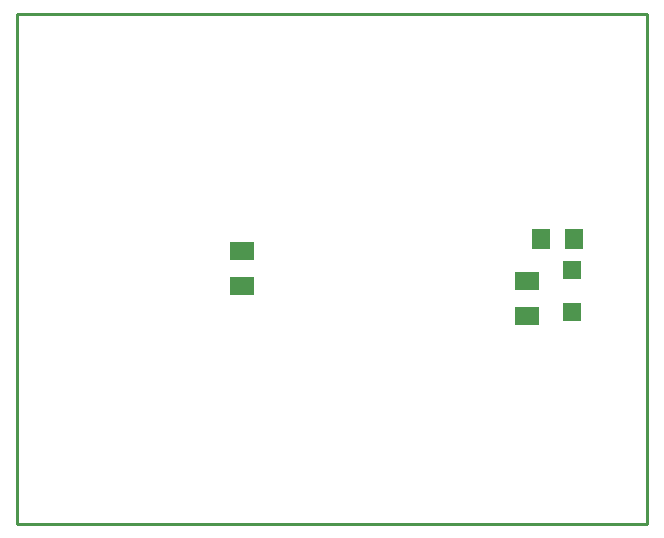
<source format=gtp>
G75*
%MOIN*%
%OFA0B0*%
%FSLAX25Y25*%
%IPPOS*%
%LPD*%
%AMOC8*
5,1,8,0,0,1.08239X$1,22.5*
%
%ADD10C,0.01000*%
%ADD11R,0.07874X0.05906*%
%ADD12R,0.06299X0.07087*%
%ADD13R,0.05906X0.05906*%
D10*
X0001800Y0071500D02*
X0001800Y0241500D01*
X0211800Y0241500D01*
X0211800Y0071500D01*
X0001800Y0071500D01*
D11*
X0076800Y0150594D03*
X0076800Y0162406D03*
X0171800Y0152406D03*
X0171800Y0140594D03*
D12*
X0176288Y0166500D03*
X0187312Y0166500D03*
D13*
X0186800Y0155890D03*
X0186800Y0142110D03*
M02*

</source>
